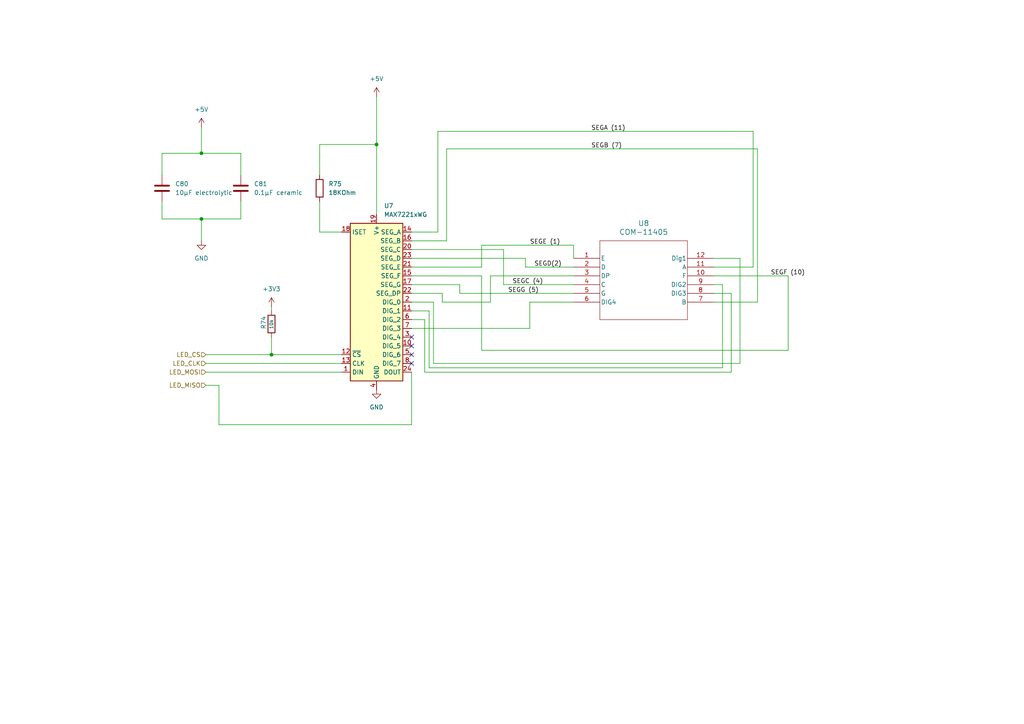
<source format=kicad_sch>
(kicad_sch (version 20250114) (generator "eeschema") (generator_version "9.0")
  (paper "A4")
  (lib_symbols
    (symbol "11405_ATA8041:COM-11405" (pin_names (offset 0.254))
      (property "Reference" "U6" (at 20.32 10.16 0))
      (property "Value" "COM-11405" (at 20.32 7.62 0))
      (symbol "COM-11405_0_1"
        (polyline (pts (xy 7.62 5.08) (xy 7.62 -17.78)) (stroke (width 0.127)))
        (polyline (pts (xy 7.62 -17.78) (xy 33.02 -17.78)) (stroke (width 0.127)))
        (polyline (pts (xy 33.02 5.08) (xy 7.62 5.08)) (stroke (width 0.127)))
        (polyline (pts (xy 33.02 -17.78) (xy 33.02 5.08)) (stroke (width 0.127)))
        (pin unspecified line (at 0 0 0) (length 7.62) (name "E") (number "1"))
        (pin unspecified line (at 0 -2.54 0) (length 7.62) (name "D") (number "2"))
        (pin unspecified line (at 0 -5.08 0) (length 7.62) (name "DP") (number "3"))
        (pin unspecified line (at 0 -7.62 0) (length 7.62) (name "C") (number "4"))
        (pin unspecified line (at 0 -10.16 0) (length 7.62) (name "G") (number "5"))
        (pin unspecified line (at 0 -12.7 0) (length 7.62) (name "DIG4") (number "6"))
        (pin unspecified line (at 40.64 -5.08 180) (length 7.62) (name "F") (number "10"))
        (pin unspecified line (at 40.64 -7.62 180) (length 7.62) (name "DIG2") (number "9"))
        (pin unspecified line (at 40.64 -10.16 180) (length 7.62) (name "DIG3") (number "8"))
        (pin unspecified line (at 40.64 -12.7 180) (length 7.62) (name "B") (number "7"))
      )
      (symbol "COM-11405_1_1"
        (pin unspecified line (at 40.64 0 180) (length 7.62) (name "Dig1") (number "12"))
        (pin unspecified line (at 40.64 -2.54 180) (length 7.62) (name "A") (number "11"))
      )
    )
    (symbol "Device:C" (pin_numbers (hide yes)) (pin_names (offset 0.254))
      (property "Reference" "C" (at 0.635 2.54 0))
      (property "Value" "C" (at 0.635 -2.54 0))
      (symbol "C_0_1"
        (polyline (pts (xy -2.032 0.762) (xy 2.032 0.762)) (stroke (width 0.508)))
        (polyline (pts (xy -2.032 -0.762) (xy 2.032 -0.762)) (stroke (width 0.508)))
      )
      (symbol "C_1_1"
        (pin passive line (at 0 3.81 270) (length 2.794) (name "~") (number "1"))
        (pin passive line (at 0 -3.81 90) (length 2.794) (name "~") (number "2"))
      )
    )
    (symbol "Device:R" (pin_numbers (hide yes)) (pin_names (offset 0))
      (property "Reference" "R" (at 2.032 0 90))
      (property "Value" "R" (at 0 0 90))
      (symbol "R_0_1"
        (rectangle (start -1.016 -2.54) (end 1.016 2.54) (stroke (width 0.254)))
      )
      (symbol "R_1_1"
        (pin passive line (at 0 3.81 270) (length 1.27) (name "~") (number "1"))
        (pin passive line (at 0 -3.81 90) (length 1.27) (name "~") (number "2"))
      )
    )
    (symbol "Driver_LED:MAX7221xWG"
      (property "Reference" "U" (at -6.35 24.13 0))
      (property "Value" "MAX7221xWG" (at 1.27 25.4 0))
      (symbol "MAX7221xWG_0_1"
        (rectangle (start -7.62 22.86) (end 7.62 -22.86) (stroke (width 0.254)) (fill (type background)))
      )
      (symbol "MAX7221xWG_1_1"
        (pin input line (at -10.16 20.32 0) (length 2.54) (name "ISET") (number "18"))
        (pin input line (at -10.16 -15.24 0) (length 2.54) (name "~{CS}") (number "12"))
        (pin input line (at -10.16 -17.78 0) (length 2.54) (name "CLK") (number "13"))
        (pin input line (at -10.16 -20.32 0) (length 2.54) (name "DIN") (number "1"))
        (pin power_in line (at 0 25.4 270) (length 2.54) (name "V+") (number "19"))
        (pin power_in line (at 0 -25.4 90) (length 2.54) (name "GND") (number "4"))
        (pin passive line (at 0 -25.4 90) (length 2.54) (hide yes) (name "GND") (number "9"))
        (pin open_emitter line (at 10.16 20.32 180) (length 2.54) (name "SEG_A") (number "14"))
        (pin open_emitter line (at 10.16 17.78 180) (length 2.54) (name "SEG_B") (number "16"))
        (pin open_emitter line (at 10.16 15.24 180) (length 2.54) (name "SEG_C") (number "20"))
        (pin open_emitter line (at 10.16 12.7 180) (length 2.54) (name "SEG_D") (number "23"))
        (pin open_emitter line (at 10.16 10.16 180) (length 2.54) (name "SEG_E") (number "21"))
        (pin open_emitter line (at 10.16 7.62 180) (length 2.54) (name "SEG_F") (number "15"))
        (pin open_emitter line (at 10.16 5.08 180) (length 2.54) (name "SEG_G") (number "17"))
        (pin open_emitter line (at 10.16 2.54 180) (length 2.54) (name "SEG_DP") (number "22"))
        (pin open_collector line (at 10.16 0 180) (length 2.54) (name "DIG_0") (number "2"))
        (pin open_collector line (at 10.16 -2.54 180) (length 2.54) (name "DIG_1") (number "11"))
        (pin open_collector line (at 10.16 -5.08 180) (length 2.54) (name "DIG_2") (number "6"))
        (pin open_collector line (at 10.16 -7.62 180) (length 2.54) (name "DIG_3") (number "7"))
        (pin open_collector line (at 10.16 -10.16 180) (length 2.54) (name "DIG_4") (number "3"))
        (pin open_collector line (at 10.16 -12.7 180) (length 2.54) (name "DIG_5") (number "10"))
        (pin open_collector line (at 10.16 -15.24 180) (length 2.54) (name "DIG_6") (number "5"))
        (pin open_collector line (at 10.16 -17.78 180) (length 2.54) (name "DIG_7") (number "8"))
        (pin output line (at 10.16 -20.32 180) (length 2.54) (name "DOUT") (number "24"))
      )
    )
    (symbol "power:+3V3" (power) (pin_numbers (hide yes)) (pin_names (offset 0) (hide yes))
      (property "Value" "+3V3" (at 0 3.556 0))
      (symbol "+3V3_0_1"
        (polyline (pts (xy -0.762 1.27) (xy 0 2.54)))
        (polyline (pts (xy 0 2.54) (xy 0.762 1.27)))
        (polyline (pts (xy 0 0) (xy 0 2.54)))
      )
      (symbol "+3V3_1_1"
        (pin power_in line (at 0 0 90) (length 0) (name "~") (number "1"))
      )
    )
    (symbol "power:+5V" (power) (pin_numbers (hide yes)) (pin_names (offset 0) (hide yes))
      (property "Value" "+5V" (at 0 3.556 0))
      (symbol "+5V_0_1"
        (polyline (pts (xy -0.762 1.27) (xy 0 2.54)))
        (polyline (pts (xy 0 2.54) (xy 0.762 1.27)))
        (polyline (pts (xy 0 0) (xy 0 2.54)))
      )
      (symbol "+5V_1_1"
        (pin power_in line (at 0 0 90) (length 0) (name "~") (number "1"))
      )
    )
    (symbol "power:GND" (power) (pin_numbers (hide yes)) (pin_names (offset 0) (hide yes))
      (property "Value" "GND" (at 0 -3.81 0))
      (symbol "GND_0_1"
        (polyline (pts (xy 0 0) (xy 0 -1.27) (xy 1.27 -1.27) (xy 0 -2.54) (xy -1.27 -1.27) (xy 0 -1.27)))
      )
      (symbol "GND_1_1"
        (pin power_in line (at 0 0 270) (length 0) (name "~") (number "1"))
      )
    )
  )
  (junction (at 78.74 102.87))
  (junction (at 109.22 41.91))
  (junction (at 58.42 44.45))
  (junction (at 58.42 63.5))
  (no_connect (at 119.38 100.33))
  (no_connect (at 119.38 102.87))
  (no_connect (at 119.38 105.41))
  (no_connect (at 119.38 97.79))
  (wire (pts (xy 128.27 85.09) (xy 128.27 87.63)))
  (wire (pts (xy 139.7 71.12) (xy 166.37 71.12)))
  (wire (pts (xy 119.38 95.25) (xy 153.67 95.25)))
  (wire (pts (xy 119.38 72.39) (xy 146.05 72.39)))
  (wire (pts (xy 46.99 58.42) (xy 46.99 63.5)))
  (wire (pts (xy 228.6 101.6) (xy 228.6 80.01)))
  (wire (pts (xy 207.01 74.93) (xy 214.63 74.93)))
  (wire (pts (xy 153.67 87.63) (xy 166.37 87.63)))
  (wire (pts (xy 119.38 80.01) (xy 139.7 80.01)))
  (wire (pts (xy 59.69 105.41) (xy 99.06 105.41)))
  (wire (pts (xy 63.5 123.19) (xy 63.5 111.76)))
  (wire (pts (xy 119.38 69.85) (xy 129.54 69.85)))
  (wire (pts (xy 78.74 97.79) (xy 78.74 102.87)))
  (wire (pts (xy 78.74 102.87) (xy 99.06 102.87)))
  (wire (pts (xy 119.38 85.09) (xy 128.27 85.09)))
  (wire (pts (xy 99.06 67.31) (xy 92.71 67.31)))
  (wire (pts (xy 119.38 90.17) (xy 124.46 90.17)))
  (wire (pts (xy 58.42 63.5) (xy 69.85 63.5)))
  (wire (pts (xy 207.01 87.63) (xy 219.71 87.63)))
  (wire (pts (xy 92.71 41.91) (xy 109.22 41.91)))
  (wire (pts (xy 133.35 82.55) (xy 133.35 85.09)))
  (wire (pts (xy 128.27 87.63) (xy 142.24 87.63)))
  (wire (pts (xy 92.71 58.42) (xy 92.71 67.31)))
  (wire (pts (xy 59.69 102.87) (xy 78.74 102.87)))
  (wire (pts (xy 209.55 106.68) (xy 209.55 82.55)))
  (wire (pts (xy 69.85 50.8) (xy 69.85 44.45)))
  (wire (pts (xy 69.85 58.42) (xy 69.85 63.5)))
  (wire (pts (xy 152.4 77.47) (xy 166.37 77.47)))
  (wire (pts (xy 124.46 106.68) (xy 209.55 106.68)))
  (wire (pts (xy 92.71 41.91) (xy 92.71 50.8)))
  (wire (pts (xy 119.38 82.55) (xy 133.35 82.55)))
  (wire (pts (xy 59.69 111.76) (xy 63.5 111.76)))
  (wire (pts (xy 152.4 74.93) (xy 152.4 77.47)))
  (wire (pts (xy 119.38 77.47) (xy 139.7 77.47)))
  (wire (pts (xy 119.38 123.19) (xy 63.5 123.19)))
  (wire (pts (xy 119.38 67.31) (xy 127 67.31)))
  (wire (pts (xy 142.24 80.01) (xy 166.37 80.01)))
  (wire (pts (xy 46.99 44.45) (xy 46.99 50.8)))
  (wire (pts (xy 58.42 36.83) (xy 58.42 44.45)))
  (wire (pts (xy 125.73 105.41) (xy 214.63 105.41)))
  (wire (pts (xy 207.01 80.01) (xy 228.6 80.01)))
  (wire (pts (xy 59.69 107.95) (xy 99.06 107.95)))
  (wire (pts (xy 153.67 95.25) (xy 153.67 87.63)))
  (wire (pts (xy 46.99 63.5) (xy 58.42 63.5)))
  (wire (pts (xy 58.42 44.45) (xy 46.99 44.45)))
  (wire (pts (xy 212.09 107.95) (xy 212.09 85.09)))
  (wire (pts (xy 207.01 77.47) (xy 218.44 77.47)))
  (wire (pts (xy 133.35 85.09) (xy 166.37 85.09)))
  (wire (pts (xy 129.54 43.18) (xy 219.71 43.18)))
  (wire (pts (xy 219.71 43.18) (xy 219.71 87.63)))
  (wire (pts (xy 119.38 74.93) (xy 152.4 74.93)))
  (wire (pts (xy 123.19 92.71) (xy 123.19 107.95)))
  (wire (pts (xy 109.22 41.91) (xy 109.22 62.23)))
  (wire (pts (xy 146.05 82.55) (xy 166.37 82.55)))
  (wire (pts (xy 139.7 77.47) (xy 139.7 71.12)))
  (wire (pts (xy 139.7 101.6) (xy 228.6 101.6)))
  (wire (pts (xy 109.22 27.94) (xy 109.22 41.91)))
  (wire (pts (xy 127 38.1) (xy 218.44 38.1)))
  (wire (pts (xy 209.55 82.55) (xy 207.01 82.55)))
  (wire (pts (xy 212.09 85.09) (xy 207.01 85.09)))
  (wire (pts (xy 119.38 87.63) (xy 125.73 87.63)))
  (wire (pts (xy 58.42 63.5) (xy 58.42 69.85)))
  (wire (pts (xy 125.73 87.63) (xy 125.73 105.41)))
  (wire (pts (xy 218.44 77.47) (xy 218.44 38.1)))
  (wire (pts (xy 146.05 72.39) (xy 146.05 82.55)))
  (wire (pts (xy 78.74 90.17) (xy 78.74 88.9)))
  (wire (pts (xy 166.37 71.12) (xy 166.37 74.93)))
  (wire (pts (xy 124.46 90.17) (xy 124.46 106.68)))
  (wire (pts (xy 142.24 87.63) (xy 142.24 80.01)))
  (wire (pts (xy 214.63 105.41) (xy 214.63 74.93)))
  (wire (pts (xy 129.54 69.85) (xy 129.54 43.18)))
  (wire (pts (xy 139.7 80.01) (xy 139.7 101.6)))
  (wire (pts (xy 123.19 107.95) (xy 212.09 107.95)))
  (wire (pts (xy 119.38 107.95) (xy 119.38 123.19)))
  (wire (pts (xy 127 67.31) (xy 127 38.1)))
  (wire (pts (xy 119.38 92.71) (xy 123.19 92.71)))
  (wire (pts (xy 69.85 44.45) (xy 58.42 44.45)))
  (label "SEGB (7)" (at 171.45 43.18 0))
  (label "SEGG (5)" (at 147.32 85.09 0))
  (label "SEGA (11)" (at 171.45 38.1 0))
  (label "SEGE (1)" (at 153.67 71.12 0))
  (label "SEGC (4)" (at 148.59 82.55 0))
  (label "SEGF (10)" (at 223.52 80.01 0))
  (label "SEGD(2)" (at 154.94 77.47 0))
  (hierarchical_label "LED_MOSI" (shape input) (at 59.69 107.95 180))
  (hierarchical_label "LED_CS" (shape input) (at 59.69 102.87 180))
  (hierarchical_label "LED_CLK" (shape input) (at 59.69 105.41 180))
  (hierarchical_label "LED_MISO" (shape input) (at 59.69 111.76 180))
  (symbol (lib_id "Driver_LED:MAX7221xWG") (at 109.22 87.63 0) (unit 1)
    (property "Reference" "U7" (at 111.3633 59.69 0) (effects (justify left)))
    (property "Value" "MAX7221xWG" (at 111.3633 62.23 0) (effects (justify left)))
    (property "Footprint" "Package_SO:SOIC-24W_7.5x15.4mm_P1.27mm" (effects (hide yes)))
    (property "Datasheet" "https://datasheets.maximintegrated.com/en/ds/MAX7219-MAX7221.pdf" (effects (hide yes)))
    (property "Description" "Serially Interfaced, 8-Digit LED Display Driver, SOIC-24W" (effects (hide yes)))
  )
  (symbol (lib_id "power:+3V3") (at 78.74 88.9 0) (unit 1)
    (property "Reference" "#PWR099" (effects (hide yes)))
    (property "Value" "+3V3" (at 78.74 83.82 0))
    (property "Description" "Power symbol creates a global label with name \"+3V3\"" (effects (hide yes)))
  )
  (symbol (lib_id "power:GND") (at 109.22 113.03 0) (unit 1)
    (property "Reference" "#PWR0101" (effects (hide yes)))
    (property "Value" "GND" (at 109.22 118.11 0))
    (property "Description" "Power symbol creates a global label with name \"GND\" , ground" (effects (hide yes)))
  )
  (symbol (lib_id "Device:R") (at 92.71 54.61 0) (unit 1)
    (property "Reference" "R75" (at 95.25 53.3399 0) (effects (justify left)))
    (property "Value" "18KOhm" (at 95.25 55.8799 0) (effects (justify left)))
    (property "Footprint" "Resistor_SMD:R_0805_2012Metric_Pad1.20x1.40mm_HandSolder" (effects (hide yes)))
    (property "Description" "Resistor" (effects (hide yes)))
  )
  (symbol (lib_id "Device:R") (at 78.74 93.98 0) (unit 1)
    (property "Reference" "R74" (at 76.454 95.504 90) (effects (justify left)))
    (property "Value" "10k" (at 78.74 95.504 90) (effects (font (size 1.016 1.016)) (justify left)))
    (property "Footprint" "Resistor_SMD:R_0805_2012Metric_Pad1.20x1.40mm_HandSolder" (effects (hide yes)))
    (property "Description" "Resistor" (effects (hide yes)))
  )
  (symbol (lib_id "Device:C") (at 46.99 54.61 0) (unit 1)
    (property "Reference" "C80" (at 50.8 53.3399 0) (effects (justify left)))
    (property "Value" "10µF electrolytic" (at 50.8 55.8799 0) (effects (justify left)))
    (property "Footprint" "Capacitor_THT:CP_Radial_D5.0mm_P2.00mm" (effects (hide yes)))
    (property "Description" "Unpolarized capacitor" (effects (hide yes)))
  )
  (symbol (lib_id "power:GND") (at 58.42 69.85 0) (unit 1)
    (property "Reference" "#PWR098" (effects (hide yes)))
    (property "Value" "GND" (at 58.42 74.93 0))
    (property "Description" "Power symbol creates a global label with name \"GND\" , ground" (effects (hide yes)))
  )
  (symbol (lib_id "11405_ATA8041:COM-11405") (at 166.37 74.93 0) (unit 1)
    (property "Reference" "U8" (at 186.69 64.77 0) (effects (font (size 1.524 1.524))))
    (property "Value" "COM-11405" (at 186.69 67.31 0) (effects (font (size 1.524 1.524))))
    (property "Footprint" "Project_Footprints:COM-11405_SPK" (effects (hide yes)))
    (property "Datasheet" "COM-11405" (effects (hide yes)))
  )
  (symbol (lib_id "power:+5V") (at 58.42 36.83 0) (unit 1)
    (property "Reference" "#PWR097" (effects (hide yes)))
    (property "Value" "+5V" (at 58.42 31.75 0))
    (property "Description" "Power symbol creates a global label with name \"+5V\"" (effects (hide yes)))
  )
  (symbol (lib_id "Device:C") (at 69.85 54.61 0) (unit 1)
    (property "Reference" "C81" (at 73.66 53.3399 0) (effects (justify left)))
    (property "Value" "0.1µF ceramic" (at 73.66 55.8799 0) (effects (justify left)))
    (property "Footprint" "Capacitor_SMD:C_0603_1608Metric_Pad1.08x0.95mm_HandSolder" (effects (hide yes)))
    (property "Description" "Unpolarized capacitor" (effects (hide yes)))
  )
  (symbol (lib_id "power:+5V") (at 109.22 27.94 0) (unit 1)
    (property "Reference" "#PWR0100" (effects (hide yes)))
    (property "Value" "+5V" (at 109.22 22.86 0))
    (property "Description" "Power symbol creates a global label with name \"+5V\"" (effects (hide yes)))
  )
)
</source>
